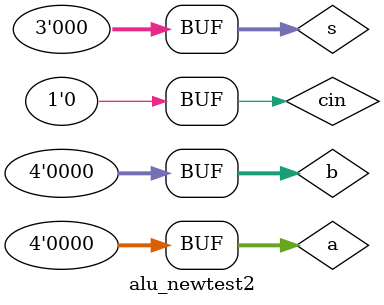
<source format=v>
`timescale 1ns / 1ps


module alu_newtest2;

	// Inputs
	reg [3:0] a;
	reg [3:0] b;
	reg cin;
	reg [2:0] s;

	// Outputs
	wire co;
	wire [3:0] out;

	// Instantiate the Unit Under Test (UUT)
	alu_new uut (
		.a(a), 
		.b(b), 
		.cin(cin), 
		.s(s), 
		.co(co), 
		.out(out)
	);

	initial begin
		// Initialize Inputs
		a = 0;
		b = 0;
		cin = 0;
		s = 0;

		// Wait 100 ns for global reset to finish
		#100;
        
		// Add stimulus here

	end
      
endmodule


</source>
